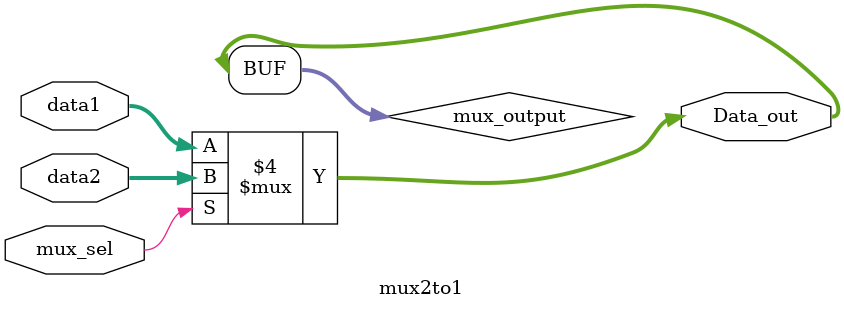
<source format=v>

module mux2to1
#(
	parameter Nbit=12
)
(
	input mux_sel,
	input [Nbit-1:0] data1,
	input [Nbit-1:0] data2,
	output [Nbit-1:0] Data_out
);

reg [Nbit-1:0] mux_output;

always@(mux_sel,data1,data2)begin
	
	if(mux_sel==1'b0)begin
		mux_output = data1;
	end else begin
		mux_output = data2;
	end

end

assign Data_out = mux_output;

endmodule
</source>
